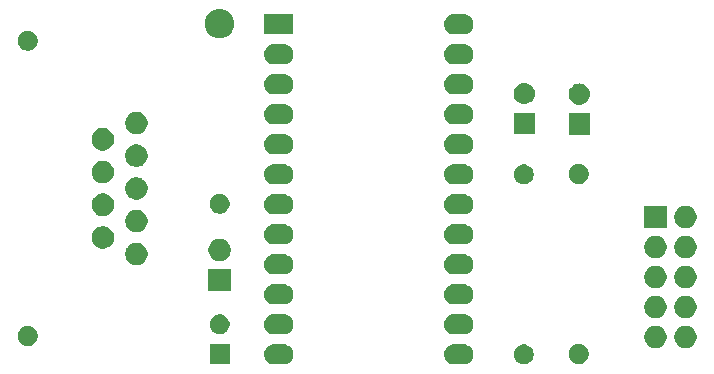
<source format=gbr>
G04 #@! TF.GenerationSoftware,KiCad,Pcbnew,(5.1.2-1)-1*
G04 #@! TF.CreationDate,2022-02-06T17:07:09+01:00*
G04 #@! TF.ProjectId,RS232interface,52533233-3269-46e7-9465-72666163652e,rev?*
G04 #@! TF.SameCoordinates,Original*
G04 #@! TF.FileFunction,Soldermask,Top*
G04 #@! TF.FilePolarity,Negative*
%FSLAX46Y46*%
G04 Gerber Fmt 4.6, Leading zero omitted, Abs format (unit mm)*
G04 Created by KiCad (PCBNEW (5.1.2-1)-1) date 2022-02-06 17:07:09*
%MOMM*%
%LPD*%
G04 APERTURE LIST*
%ADD10C,0.100000*%
G04 APERTURE END LIST*
D10*
G36*
X116898228Y-77731703D02*
G01*
X117053100Y-77795853D01*
X117192481Y-77888985D01*
X117311015Y-78007519D01*
X117404147Y-78146900D01*
X117468297Y-78301772D01*
X117501000Y-78466184D01*
X117501000Y-78633816D01*
X117468297Y-78798228D01*
X117404147Y-78953100D01*
X117311015Y-79092481D01*
X117192481Y-79211015D01*
X117053100Y-79304147D01*
X116898228Y-79368297D01*
X116733816Y-79401000D01*
X116566184Y-79401000D01*
X116401772Y-79368297D01*
X116246900Y-79304147D01*
X116107519Y-79211015D01*
X115988985Y-79092481D01*
X115895853Y-78953100D01*
X115831703Y-78798228D01*
X115799000Y-78633816D01*
X115799000Y-78466184D01*
X115831703Y-78301772D01*
X115895853Y-78146900D01*
X115988985Y-78007519D01*
X116107519Y-77888985D01*
X116246900Y-77795853D01*
X116401772Y-77731703D01*
X116566184Y-77699000D01*
X116733816Y-77699000D01*
X116898228Y-77731703D01*
X116898228Y-77731703D01*
G37*
G36*
X111706823Y-77701313D02*
G01*
X111807011Y-77731705D01*
X111853651Y-77745853D01*
X111867242Y-77749976D01*
X111958379Y-77798690D01*
X112015078Y-77828996D01*
X112144659Y-77935341D01*
X112251004Y-78064922D01*
X112251005Y-78064924D01*
X112330024Y-78212758D01*
X112378687Y-78373177D01*
X112395117Y-78540000D01*
X112378687Y-78706823D01*
X112330024Y-78867242D01*
X112310859Y-78903097D01*
X112251004Y-79015078D01*
X112144659Y-79144659D01*
X112015078Y-79251004D01*
X112015076Y-79251005D01*
X111867242Y-79330024D01*
X111706823Y-79378687D01*
X111581804Y-79391000D01*
X110698196Y-79391000D01*
X110573177Y-79378687D01*
X110412758Y-79330024D01*
X110264924Y-79251005D01*
X110264922Y-79251004D01*
X110135341Y-79144659D01*
X110028996Y-79015078D01*
X109969141Y-78903097D01*
X109949976Y-78867242D01*
X109901313Y-78706823D01*
X109884883Y-78540000D01*
X109901313Y-78373177D01*
X109949976Y-78212758D01*
X110028995Y-78064924D01*
X110028996Y-78064922D01*
X110135341Y-77935341D01*
X110264922Y-77828996D01*
X110321621Y-77798690D01*
X110412758Y-77749976D01*
X110426350Y-77745853D01*
X110472989Y-77731705D01*
X110573177Y-77701313D01*
X110698196Y-77689000D01*
X111581804Y-77689000D01*
X111706823Y-77701313D01*
X111706823Y-77701313D01*
G37*
G36*
X96466823Y-77701313D02*
G01*
X96567011Y-77731705D01*
X96613651Y-77745853D01*
X96627242Y-77749976D01*
X96718379Y-77798690D01*
X96775078Y-77828996D01*
X96904659Y-77935341D01*
X97011004Y-78064922D01*
X97011005Y-78064924D01*
X97090024Y-78212758D01*
X97138687Y-78373177D01*
X97155117Y-78540000D01*
X97138687Y-78706823D01*
X97090024Y-78867242D01*
X97070859Y-78903097D01*
X97011004Y-79015078D01*
X96904659Y-79144659D01*
X96775078Y-79251004D01*
X96775076Y-79251005D01*
X96627242Y-79330024D01*
X96466823Y-79378687D01*
X96341804Y-79391000D01*
X95458196Y-79391000D01*
X95333177Y-79378687D01*
X95172758Y-79330024D01*
X95024924Y-79251005D01*
X95024922Y-79251004D01*
X94895341Y-79144659D01*
X94788996Y-79015078D01*
X94729141Y-78903097D01*
X94709976Y-78867242D01*
X94661313Y-78706823D01*
X94644883Y-78540000D01*
X94661313Y-78373177D01*
X94709976Y-78212758D01*
X94788995Y-78064924D01*
X94788996Y-78064922D01*
X94895341Y-77935341D01*
X95024922Y-77828996D01*
X95081621Y-77798690D01*
X95172758Y-77749976D01*
X95186350Y-77745853D01*
X95232989Y-77731705D01*
X95333177Y-77701313D01*
X95458196Y-77689000D01*
X96341804Y-77689000D01*
X96466823Y-77701313D01*
X96466823Y-77701313D01*
G37*
G36*
X91751000Y-79351000D02*
G01*
X90049000Y-79351000D01*
X90049000Y-77649000D01*
X91751000Y-77649000D01*
X91751000Y-79351000D01*
X91751000Y-79351000D01*
G37*
G36*
X121548228Y-77681703D02*
G01*
X121703100Y-77745853D01*
X121842481Y-77838985D01*
X121961015Y-77957519D01*
X122054147Y-78096900D01*
X122118297Y-78251772D01*
X122151000Y-78416184D01*
X122151000Y-78583816D01*
X122118297Y-78748228D01*
X122054147Y-78903100D01*
X121961015Y-79042481D01*
X121842481Y-79161015D01*
X121703100Y-79254147D01*
X121548228Y-79318297D01*
X121383816Y-79351000D01*
X121216184Y-79351000D01*
X121051772Y-79318297D01*
X120896900Y-79254147D01*
X120757519Y-79161015D01*
X120638985Y-79042481D01*
X120545853Y-78903100D01*
X120481703Y-78748228D01*
X120449000Y-78583816D01*
X120449000Y-78416184D01*
X120481703Y-78251772D01*
X120545853Y-78096900D01*
X120638985Y-77957519D01*
X120757519Y-77838985D01*
X120896900Y-77745853D01*
X121051772Y-77681703D01*
X121216184Y-77649000D01*
X121383816Y-77649000D01*
X121548228Y-77681703D01*
X121548228Y-77681703D01*
G37*
G36*
X130617395Y-76145546D02*
G01*
X130790466Y-76217234D01*
X130818331Y-76235853D01*
X130946227Y-76321310D01*
X131078690Y-76453773D01*
X131078691Y-76453775D01*
X131182766Y-76609534D01*
X131254454Y-76782605D01*
X131291000Y-76966333D01*
X131291000Y-77153667D01*
X131254454Y-77337395D01*
X131182766Y-77510466D01*
X131168056Y-77532481D01*
X131078690Y-77666227D01*
X130946227Y-77798690D01*
X130885921Y-77838985D01*
X130790466Y-77902766D01*
X130617395Y-77974454D01*
X130433667Y-78011000D01*
X130246333Y-78011000D01*
X130062605Y-77974454D01*
X129889534Y-77902766D01*
X129794079Y-77838985D01*
X129733773Y-77798690D01*
X129601310Y-77666227D01*
X129511944Y-77532481D01*
X129497234Y-77510466D01*
X129425546Y-77337395D01*
X129389000Y-77153667D01*
X129389000Y-76966333D01*
X129425546Y-76782605D01*
X129497234Y-76609534D01*
X129601309Y-76453775D01*
X129601310Y-76453773D01*
X129733773Y-76321310D01*
X129861669Y-76235853D01*
X129889534Y-76217234D01*
X130062605Y-76145546D01*
X130246333Y-76109000D01*
X130433667Y-76109000D01*
X130617395Y-76145546D01*
X130617395Y-76145546D01*
G37*
G36*
X128077395Y-76145546D02*
G01*
X128250466Y-76217234D01*
X128278331Y-76235853D01*
X128406227Y-76321310D01*
X128538690Y-76453773D01*
X128538691Y-76453775D01*
X128642766Y-76609534D01*
X128714454Y-76782605D01*
X128751000Y-76966333D01*
X128751000Y-77153667D01*
X128714454Y-77337395D01*
X128642766Y-77510466D01*
X128628056Y-77532481D01*
X128538690Y-77666227D01*
X128406227Y-77798690D01*
X128345921Y-77838985D01*
X128250466Y-77902766D01*
X128077395Y-77974454D01*
X127893667Y-78011000D01*
X127706333Y-78011000D01*
X127522605Y-77974454D01*
X127349534Y-77902766D01*
X127254079Y-77838985D01*
X127193773Y-77798690D01*
X127061310Y-77666227D01*
X126971944Y-77532481D01*
X126957234Y-77510466D01*
X126885546Y-77337395D01*
X126849000Y-77153667D01*
X126849000Y-76966333D01*
X126885546Y-76782605D01*
X126957234Y-76609534D01*
X127061309Y-76453775D01*
X127061310Y-76453773D01*
X127193773Y-76321310D01*
X127321669Y-76235853D01*
X127349534Y-76217234D01*
X127522605Y-76145546D01*
X127706333Y-76109000D01*
X127893667Y-76109000D01*
X128077395Y-76145546D01*
X128077395Y-76145546D01*
G37*
G36*
X74898228Y-76171703D02*
G01*
X75053100Y-76235853D01*
X75192481Y-76328985D01*
X75311015Y-76447519D01*
X75404147Y-76586900D01*
X75468297Y-76741772D01*
X75501000Y-76906184D01*
X75501000Y-77073816D01*
X75468297Y-77238228D01*
X75404147Y-77393100D01*
X75311015Y-77532481D01*
X75192481Y-77651015D01*
X75053100Y-77744147D01*
X74898228Y-77808297D01*
X74733816Y-77841000D01*
X74566184Y-77841000D01*
X74401772Y-77808297D01*
X74246900Y-77744147D01*
X74107519Y-77651015D01*
X73988985Y-77532481D01*
X73895853Y-77393100D01*
X73831703Y-77238228D01*
X73799000Y-77073816D01*
X73799000Y-76906184D01*
X73831703Y-76741772D01*
X73895853Y-76586900D01*
X73988985Y-76447519D01*
X74107519Y-76328985D01*
X74246900Y-76235853D01*
X74401772Y-76171703D01*
X74566184Y-76139000D01*
X74733816Y-76139000D01*
X74898228Y-76171703D01*
X74898228Y-76171703D01*
G37*
G36*
X91148228Y-75181703D02*
G01*
X91303100Y-75245853D01*
X91442481Y-75338985D01*
X91561015Y-75457519D01*
X91654147Y-75596900D01*
X91718297Y-75751772D01*
X91751000Y-75916184D01*
X91751000Y-76083816D01*
X91718297Y-76248228D01*
X91654147Y-76403100D01*
X91561015Y-76542481D01*
X91442481Y-76661015D01*
X91303100Y-76754147D01*
X91148228Y-76818297D01*
X90983816Y-76851000D01*
X90816184Y-76851000D01*
X90651772Y-76818297D01*
X90496900Y-76754147D01*
X90357519Y-76661015D01*
X90238985Y-76542481D01*
X90145853Y-76403100D01*
X90081703Y-76248228D01*
X90049000Y-76083816D01*
X90049000Y-75916184D01*
X90081703Y-75751772D01*
X90145853Y-75596900D01*
X90238985Y-75457519D01*
X90357519Y-75338985D01*
X90496900Y-75245853D01*
X90651772Y-75181703D01*
X90816184Y-75149000D01*
X90983816Y-75149000D01*
X91148228Y-75181703D01*
X91148228Y-75181703D01*
G37*
G36*
X111706823Y-75161313D02*
G01*
X111867242Y-75209976D01*
X111934361Y-75245852D01*
X112015078Y-75288996D01*
X112144659Y-75395341D01*
X112251004Y-75524922D01*
X112251005Y-75524924D01*
X112330024Y-75672758D01*
X112378687Y-75833177D01*
X112395117Y-76000000D01*
X112378687Y-76166823D01*
X112339083Y-76297380D01*
X112331824Y-76321310D01*
X112330024Y-76327242D01*
X112265734Y-76447520D01*
X112251004Y-76475078D01*
X112144659Y-76604659D01*
X112015078Y-76711004D01*
X112015076Y-76711005D01*
X111867242Y-76790024D01*
X111706823Y-76838687D01*
X111581804Y-76851000D01*
X110698196Y-76851000D01*
X110573177Y-76838687D01*
X110412758Y-76790024D01*
X110264924Y-76711005D01*
X110264922Y-76711004D01*
X110135341Y-76604659D01*
X110028996Y-76475078D01*
X110014266Y-76447520D01*
X109949976Y-76327242D01*
X109948177Y-76321310D01*
X109940917Y-76297380D01*
X109901313Y-76166823D01*
X109884883Y-76000000D01*
X109901313Y-75833177D01*
X109949976Y-75672758D01*
X110028995Y-75524924D01*
X110028996Y-75524922D01*
X110135341Y-75395341D01*
X110264922Y-75288996D01*
X110345639Y-75245852D01*
X110412758Y-75209976D01*
X110573177Y-75161313D01*
X110698196Y-75149000D01*
X111581804Y-75149000D01*
X111706823Y-75161313D01*
X111706823Y-75161313D01*
G37*
G36*
X96466823Y-75161313D02*
G01*
X96627242Y-75209976D01*
X96694361Y-75245852D01*
X96775078Y-75288996D01*
X96904659Y-75395341D01*
X97011004Y-75524922D01*
X97011005Y-75524924D01*
X97090024Y-75672758D01*
X97138687Y-75833177D01*
X97155117Y-76000000D01*
X97138687Y-76166823D01*
X97099083Y-76297380D01*
X97091824Y-76321310D01*
X97090024Y-76327242D01*
X97025734Y-76447520D01*
X97011004Y-76475078D01*
X96904659Y-76604659D01*
X96775078Y-76711004D01*
X96775076Y-76711005D01*
X96627242Y-76790024D01*
X96466823Y-76838687D01*
X96341804Y-76851000D01*
X95458196Y-76851000D01*
X95333177Y-76838687D01*
X95172758Y-76790024D01*
X95024924Y-76711005D01*
X95024922Y-76711004D01*
X94895341Y-76604659D01*
X94788996Y-76475078D01*
X94774266Y-76447520D01*
X94709976Y-76327242D01*
X94708177Y-76321310D01*
X94700917Y-76297380D01*
X94661313Y-76166823D01*
X94644883Y-76000000D01*
X94661313Y-75833177D01*
X94709976Y-75672758D01*
X94788995Y-75524924D01*
X94788996Y-75524922D01*
X94895341Y-75395341D01*
X95024922Y-75288996D01*
X95105639Y-75245852D01*
X95172758Y-75209976D01*
X95333177Y-75161313D01*
X95458196Y-75149000D01*
X96341804Y-75149000D01*
X96466823Y-75161313D01*
X96466823Y-75161313D01*
G37*
G36*
X130617395Y-73605546D02*
G01*
X130790466Y-73677234D01*
X130790467Y-73677235D01*
X130946227Y-73781310D01*
X131078690Y-73913773D01*
X131078691Y-73913775D01*
X131182766Y-74069534D01*
X131254454Y-74242605D01*
X131291000Y-74426333D01*
X131291000Y-74613667D01*
X131254454Y-74797395D01*
X131182766Y-74970466D01*
X131182765Y-74970467D01*
X131078690Y-75126227D01*
X130946227Y-75258690D01*
X130867818Y-75311081D01*
X130790466Y-75362766D01*
X130617395Y-75434454D01*
X130433667Y-75471000D01*
X130246333Y-75471000D01*
X130062605Y-75434454D01*
X129889534Y-75362766D01*
X129812182Y-75311081D01*
X129733773Y-75258690D01*
X129601310Y-75126227D01*
X129497235Y-74970467D01*
X129497234Y-74970466D01*
X129425546Y-74797395D01*
X129389000Y-74613667D01*
X129389000Y-74426333D01*
X129425546Y-74242605D01*
X129497234Y-74069534D01*
X129601309Y-73913775D01*
X129601310Y-73913773D01*
X129733773Y-73781310D01*
X129889533Y-73677235D01*
X129889534Y-73677234D01*
X130062605Y-73605546D01*
X130246333Y-73569000D01*
X130433667Y-73569000D01*
X130617395Y-73605546D01*
X130617395Y-73605546D01*
G37*
G36*
X128077395Y-73605546D02*
G01*
X128250466Y-73677234D01*
X128250467Y-73677235D01*
X128406227Y-73781310D01*
X128538690Y-73913773D01*
X128538691Y-73913775D01*
X128642766Y-74069534D01*
X128714454Y-74242605D01*
X128751000Y-74426333D01*
X128751000Y-74613667D01*
X128714454Y-74797395D01*
X128642766Y-74970466D01*
X128642765Y-74970467D01*
X128538690Y-75126227D01*
X128406227Y-75258690D01*
X128327818Y-75311081D01*
X128250466Y-75362766D01*
X128077395Y-75434454D01*
X127893667Y-75471000D01*
X127706333Y-75471000D01*
X127522605Y-75434454D01*
X127349534Y-75362766D01*
X127272182Y-75311081D01*
X127193773Y-75258690D01*
X127061310Y-75126227D01*
X126957235Y-74970467D01*
X126957234Y-74970466D01*
X126885546Y-74797395D01*
X126849000Y-74613667D01*
X126849000Y-74426333D01*
X126885546Y-74242605D01*
X126957234Y-74069534D01*
X127061309Y-73913775D01*
X127061310Y-73913773D01*
X127193773Y-73781310D01*
X127349533Y-73677235D01*
X127349534Y-73677234D01*
X127522605Y-73605546D01*
X127706333Y-73569000D01*
X127893667Y-73569000D01*
X128077395Y-73605546D01*
X128077395Y-73605546D01*
G37*
G36*
X111706823Y-72621313D02*
G01*
X111867242Y-72669976D01*
X111958379Y-72718690D01*
X112015078Y-72748996D01*
X112144659Y-72855341D01*
X112251004Y-72984922D01*
X112251005Y-72984924D01*
X112330024Y-73132758D01*
X112378687Y-73293177D01*
X112395117Y-73460000D01*
X112378687Y-73626823D01*
X112339083Y-73757380D01*
X112331824Y-73781310D01*
X112330024Y-73787242D01*
X112262392Y-73913773D01*
X112251004Y-73935078D01*
X112144659Y-74064659D01*
X112015078Y-74171004D01*
X112015076Y-74171005D01*
X111867242Y-74250024D01*
X111706823Y-74298687D01*
X111581804Y-74311000D01*
X110698196Y-74311000D01*
X110573177Y-74298687D01*
X110412758Y-74250024D01*
X110264924Y-74171005D01*
X110264922Y-74171004D01*
X110135341Y-74064659D01*
X110028996Y-73935078D01*
X110017608Y-73913773D01*
X109949976Y-73787242D01*
X109948177Y-73781310D01*
X109940917Y-73757380D01*
X109901313Y-73626823D01*
X109884883Y-73460000D01*
X109901313Y-73293177D01*
X109949976Y-73132758D01*
X110028995Y-72984924D01*
X110028996Y-72984922D01*
X110135341Y-72855341D01*
X110264922Y-72748996D01*
X110321621Y-72718690D01*
X110412758Y-72669976D01*
X110573177Y-72621313D01*
X110698196Y-72609000D01*
X111581804Y-72609000D01*
X111706823Y-72621313D01*
X111706823Y-72621313D01*
G37*
G36*
X96466823Y-72621313D02*
G01*
X96627242Y-72669976D01*
X96718379Y-72718690D01*
X96775078Y-72748996D01*
X96904659Y-72855341D01*
X97011004Y-72984922D01*
X97011005Y-72984924D01*
X97090024Y-73132758D01*
X97138687Y-73293177D01*
X97155117Y-73460000D01*
X97138687Y-73626823D01*
X97099083Y-73757380D01*
X97091824Y-73781310D01*
X97090024Y-73787242D01*
X97022392Y-73913773D01*
X97011004Y-73935078D01*
X96904659Y-74064659D01*
X96775078Y-74171004D01*
X96775076Y-74171005D01*
X96627242Y-74250024D01*
X96466823Y-74298687D01*
X96341804Y-74311000D01*
X95458196Y-74311000D01*
X95333177Y-74298687D01*
X95172758Y-74250024D01*
X95024924Y-74171005D01*
X95024922Y-74171004D01*
X94895341Y-74064659D01*
X94788996Y-73935078D01*
X94777608Y-73913773D01*
X94709976Y-73787242D01*
X94708177Y-73781310D01*
X94700917Y-73757380D01*
X94661313Y-73626823D01*
X94644883Y-73460000D01*
X94661313Y-73293177D01*
X94709976Y-73132758D01*
X94788995Y-72984924D01*
X94788996Y-72984922D01*
X94895341Y-72855341D01*
X95024922Y-72748996D01*
X95081621Y-72718690D01*
X95172758Y-72669976D01*
X95333177Y-72621313D01*
X95458196Y-72609000D01*
X96341804Y-72609000D01*
X96466823Y-72621313D01*
X96466823Y-72621313D01*
G37*
G36*
X91851000Y-73201000D02*
G01*
X89949000Y-73201000D01*
X89949000Y-71299000D01*
X91851000Y-71299000D01*
X91851000Y-73201000D01*
X91851000Y-73201000D01*
G37*
G36*
X130617395Y-71065546D02*
G01*
X130790466Y-71137234D01*
X130790467Y-71137235D01*
X130946227Y-71241310D01*
X131078690Y-71373773D01*
X131078691Y-71373775D01*
X131182766Y-71529534D01*
X131254454Y-71702605D01*
X131291000Y-71886333D01*
X131291000Y-72073667D01*
X131254454Y-72257395D01*
X131182766Y-72430466D01*
X131182765Y-72430467D01*
X131078690Y-72586227D01*
X130946227Y-72718690D01*
X130867818Y-72771081D01*
X130790466Y-72822766D01*
X130617395Y-72894454D01*
X130433667Y-72931000D01*
X130246333Y-72931000D01*
X130062605Y-72894454D01*
X129889534Y-72822766D01*
X129812182Y-72771081D01*
X129733773Y-72718690D01*
X129601310Y-72586227D01*
X129497235Y-72430467D01*
X129497234Y-72430466D01*
X129425546Y-72257395D01*
X129389000Y-72073667D01*
X129389000Y-71886333D01*
X129425546Y-71702605D01*
X129497234Y-71529534D01*
X129601309Y-71373775D01*
X129601310Y-71373773D01*
X129733773Y-71241310D01*
X129889533Y-71137235D01*
X129889534Y-71137234D01*
X130062605Y-71065546D01*
X130246333Y-71029000D01*
X130433667Y-71029000D01*
X130617395Y-71065546D01*
X130617395Y-71065546D01*
G37*
G36*
X128077395Y-71065546D02*
G01*
X128250466Y-71137234D01*
X128250467Y-71137235D01*
X128406227Y-71241310D01*
X128538690Y-71373773D01*
X128538691Y-71373775D01*
X128642766Y-71529534D01*
X128714454Y-71702605D01*
X128751000Y-71886333D01*
X128751000Y-72073667D01*
X128714454Y-72257395D01*
X128642766Y-72430466D01*
X128642765Y-72430467D01*
X128538690Y-72586227D01*
X128406227Y-72718690D01*
X128327818Y-72771081D01*
X128250466Y-72822766D01*
X128077395Y-72894454D01*
X127893667Y-72931000D01*
X127706333Y-72931000D01*
X127522605Y-72894454D01*
X127349534Y-72822766D01*
X127272182Y-72771081D01*
X127193773Y-72718690D01*
X127061310Y-72586227D01*
X126957235Y-72430467D01*
X126957234Y-72430466D01*
X126885546Y-72257395D01*
X126849000Y-72073667D01*
X126849000Y-71886333D01*
X126885546Y-71702605D01*
X126957234Y-71529534D01*
X127061309Y-71373775D01*
X127061310Y-71373773D01*
X127193773Y-71241310D01*
X127349533Y-71137235D01*
X127349534Y-71137234D01*
X127522605Y-71065546D01*
X127706333Y-71029000D01*
X127893667Y-71029000D01*
X128077395Y-71065546D01*
X128077395Y-71065546D01*
G37*
G36*
X96466823Y-70081313D02*
G01*
X96627242Y-70129976D01*
X96718379Y-70178690D01*
X96775078Y-70208996D01*
X96904659Y-70315341D01*
X97011004Y-70444922D01*
X97011005Y-70444924D01*
X97090024Y-70592758D01*
X97138687Y-70753177D01*
X97155117Y-70920000D01*
X97138687Y-71086823D01*
X97099083Y-71217380D01*
X97091824Y-71241310D01*
X97090024Y-71247242D01*
X97022392Y-71373773D01*
X97011004Y-71395078D01*
X96904659Y-71524659D01*
X96775078Y-71631004D01*
X96775076Y-71631005D01*
X96627242Y-71710024D01*
X96466823Y-71758687D01*
X96341804Y-71771000D01*
X95458196Y-71771000D01*
X95333177Y-71758687D01*
X95172758Y-71710024D01*
X95024924Y-71631005D01*
X95024922Y-71631004D01*
X94895341Y-71524659D01*
X94788996Y-71395078D01*
X94777608Y-71373773D01*
X94709976Y-71247242D01*
X94708177Y-71241310D01*
X94700917Y-71217380D01*
X94661313Y-71086823D01*
X94644883Y-70920000D01*
X94661313Y-70753177D01*
X94709976Y-70592758D01*
X94788995Y-70444924D01*
X94788996Y-70444922D01*
X94895341Y-70315341D01*
X95024922Y-70208996D01*
X95081621Y-70178690D01*
X95172758Y-70129976D01*
X95333177Y-70081313D01*
X95458196Y-70069000D01*
X96341804Y-70069000D01*
X96466823Y-70081313D01*
X96466823Y-70081313D01*
G37*
G36*
X111706823Y-70081313D02*
G01*
X111867242Y-70129976D01*
X111958379Y-70178690D01*
X112015078Y-70208996D01*
X112144659Y-70315341D01*
X112251004Y-70444922D01*
X112251005Y-70444924D01*
X112330024Y-70592758D01*
X112378687Y-70753177D01*
X112395117Y-70920000D01*
X112378687Y-71086823D01*
X112339083Y-71217380D01*
X112331824Y-71241310D01*
X112330024Y-71247242D01*
X112262392Y-71373773D01*
X112251004Y-71395078D01*
X112144659Y-71524659D01*
X112015078Y-71631004D01*
X112015076Y-71631005D01*
X111867242Y-71710024D01*
X111706823Y-71758687D01*
X111581804Y-71771000D01*
X110698196Y-71771000D01*
X110573177Y-71758687D01*
X110412758Y-71710024D01*
X110264924Y-71631005D01*
X110264922Y-71631004D01*
X110135341Y-71524659D01*
X110028996Y-71395078D01*
X110017608Y-71373773D01*
X109949976Y-71247242D01*
X109948177Y-71241310D01*
X109940917Y-71217380D01*
X109901313Y-71086823D01*
X109884883Y-70920000D01*
X109901313Y-70753177D01*
X109949976Y-70592758D01*
X110028995Y-70444924D01*
X110028996Y-70444922D01*
X110135341Y-70315341D01*
X110264922Y-70208996D01*
X110321621Y-70178690D01*
X110412758Y-70129976D01*
X110573177Y-70081313D01*
X110698196Y-70069000D01*
X111581804Y-70069000D01*
X111706823Y-70081313D01*
X111706823Y-70081313D01*
G37*
G36*
X84127395Y-69115546D02*
G01*
X84300466Y-69187234D01*
X84365966Y-69231000D01*
X84456227Y-69291310D01*
X84588690Y-69423773D01*
X84641081Y-69502182D01*
X84692766Y-69579534D01*
X84764454Y-69752605D01*
X84801000Y-69936333D01*
X84801000Y-70123667D01*
X84764454Y-70307395D01*
X84692766Y-70480466D01*
X84692765Y-70480467D01*
X84588690Y-70636227D01*
X84456227Y-70768690D01*
X84377818Y-70821081D01*
X84300466Y-70872766D01*
X84127395Y-70944454D01*
X83943667Y-70981000D01*
X83756333Y-70981000D01*
X83572605Y-70944454D01*
X83399534Y-70872766D01*
X83322182Y-70821081D01*
X83243773Y-70768690D01*
X83111310Y-70636227D01*
X83007235Y-70480467D01*
X83007234Y-70480466D01*
X82935546Y-70307395D01*
X82899000Y-70123667D01*
X82899000Y-69936333D01*
X82935546Y-69752605D01*
X83007234Y-69579534D01*
X83058919Y-69502182D01*
X83111310Y-69423773D01*
X83243773Y-69291310D01*
X83334034Y-69231000D01*
X83399534Y-69187234D01*
X83572605Y-69115546D01*
X83756333Y-69079000D01*
X83943667Y-69079000D01*
X84127395Y-69115546D01*
X84127395Y-69115546D01*
G37*
G36*
X91177395Y-68795546D02*
G01*
X91350466Y-68867234D01*
X91350467Y-68867235D01*
X91506227Y-68971310D01*
X91638690Y-69103773D01*
X91638691Y-69103775D01*
X91742766Y-69259534D01*
X91814454Y-69432605D01*
X91851000Y-69616333D01*
X91851000Y-69803667D01*
X91814454Y-69987395D01*
X91742766Y-70160466D01*
X91742765Y-70160467D01*
X91638690Y-70316227D01*
X91506227Y-70448690D01*
X91458669Y-70480467D01*
X91350466Y-70552766D01*
X91177395Y-70624454D01*
X90993667Y-70661000D01*
X90806333Y-70661000D01*
X90622605Y-70624454D01*
X90449534Y-70552766D01*
X90341331Y-70480467D01*
X90293773Y-70448690D01*
X90161310Y-70316227D01*
X90057235Y-70160467D01*
X90057234Y-70160466D01*
X89985546Y-69987395D01*
X89949000Y-69803667D01*
X89949000Y-69616333D01*
X89985546Y-69432605D01*
X90057234Y-69259534D01*
X90161309Y-69103775D01*
X90161310Y-69103773D01*
X90293773Y-68971310D01*
X90449533Y-68867235D01*
X90449534Y-68867234D01*
X90622605Y-68795546D01*
X90806333Y-68759000D01*
X90993667Y-68759000D01*
X91177395Y-68795546D01*
X91177395Y-68795546D01*
G37*
G36*
X128077395Y-68525546D02*
G01*
X128250466Y-68597234D01*
X128250467Y-68597235D01*
X128406227Y-68701310D01*
X128538690Y-68833773D01*
X128538691Y-68833775D01*
X128642766Y-68989534D01*
X128714454Y-69162605D01*
X128751000Y-69346333D01*
X128751000Y-69533667D01*
X128714454Y-69717395D01*
X128642766Y-69890466D01*
X128612117Y-69936335D01*
X128538690Y-70046227D01*
X128406227Y-70178690D01*
X128327818Y-70231081D01*
X128250466Y-70282766D01*
X128077395Y-70354454D01*
X127893667Y-70391000D01*
X127706333Y-70391000D01*
X127522605Y-70354454D01*
X127349534Y-70282766D01*
X127272182Y-70231081D01*
X127193773Y-70178690D01*
X127061310Y-70046227D01*
X126987883Y-69936335D01*
X126957234Y-69890466D01*
X126885546Y-69717395D01*
X126849000Y-69533667D01*
X126849000Y-69346333D01*
X126885546Y-69162605D01*
X126957234Y-68989534D01*
X127061309Y-68833775D01*
X127061310Y-68833773D01*
X127193773Y-68701310D01*
X127349533Y-68597235D01*
X127349534Y-68597234D01*
X127522605Y-68525546D01*
X127706333Y-68489000D01*
X127893667Y-68489000D01*
X128077395Y-68525546D01*
X128077395Y-68525546D01*
G37*
G36*
X130617395Y-68525546D02*
G01*
X130790466Y-68597234D01*
X130790467Y-68597235D01*
X130946227Y-68701310D01*
X131078690Y-68833773D01*
X131078691Y-68833775D01*
X131182766Y-68989534D01*
X131254454Y-69162605D01*
X131291000Y-69346333D01*
X131291000Y-69533667D01*
X131254454Y-69717395D01*
X131182766Y-69890466D01*
X131152117Y-69936335D01*
X131078690Y-70046227D01*
X130946227Y-70178690D01*
X130867818Y-70231081D01*
X130790466Y-70282766D01*
X130617395Y-70354454D01*
X130433667Y-70391000D01*
X130246333Y-70391000D01*
X130062605Y-70354454D01*
X129889534Y-70282766D01*
X129812182Y-70231081D01*
X129733773Y-70178690D01*
X129601310Y-70046227D01*
X129527883Y-69936335D01*
X129497234Y-69890466D01*
X129425546Y-69717395D01*
X129389000Y-69533667D01*
X129389000Y-69346333D01*
X129425546Y-69162605D01*
X129497234Y-68989534D01*
X129601309Y-68833775D01*
X129601310Y-68833773D01*
X129733773Y-68701310D01*
X129889533Y-68597235D01*
X129889534Y-68597234D01*
X130062605Y-68525546D01*
X130246333Y-68489000D01*
X130433667Y-68489000D01*
X130617395Y-68525546D01*
X130617395Y-68525546D01*
G37*
G36*
X81287395Y-67730546D02*
G01*
X81460466Y-67802234D01*
X81460467Y-67802235D01*
X81616227Y-67906310D01*
X81748690Y-68038773D01*
X81801081Y-68117182D01*
X81852766Y-68194534D01*
X81924454Y-68367605D01*
X81961000Y-68551333D01*
X81961000Y-68738667D01*
X81924454Y-68922395D01*
X81852766Y-69095466D01*
X81852765Y-69095467D01*
X81748690Y-69251227D01*
X81616227Y-69383690D01*
X81556238Y-69423773D01*
X81460466Y-69487766D01*
X81287395Y-69559454D01*
X81103667Y-69596000D01*
X80916333Y-69596000D01*
X80732605Y-69559454D01*
X80559534Y-69487766D01*
X80463762Y-69423773D01*
X80403773Y-69383690D01*
X80271310Y-69251227D01*
X80167235Y-69095467D01*
X80167234Y-69095466D01*
X80095546Y-68922395D01*
X80059000Y-68738667D01*
X80059000Y-68551333D01*
X80095546Y-68367605D01*
X80167234Y-68194534D01*
X80218919Y-68117182D01*
X80271310Y-68038773D01*
X80403773Y-67906310D01*
X80559533Y-67802235D01*
X80559534Y-67802234D01*
X80732605Y-67730546D01*
X80916333Y-67694000D01*
X81103667Y-67694000D01*
X81287395Y-67730546D01*
X81287395Y-67730546D01*
G37*
G36*
X96466823Y-67541313D02*
G01*
X96627242Y-67589976D01*
X96718379Y-67638690D01*
X96775078Y-67668996D01*
X96904659Y-67775341D01*
X97011004Y-67904922D01*
X97011005Y-67904924D01*
X97090024Y-68052758D01*
X97138687Y-68213177D01*
X97155117Y-68380000D01*
X97138687Y-68546823D01*
X97099083Y-68677380D01*
X97091824Y-68701310D01*
X97090024Y-68707242D01*
X97042824Y-68795546D01*
X97011004Y-68855078D01*
X96904659Y-68984659D01*
X96775078Y-69091004D01*
X96775076Y-69091005D01*
X96627242Y-69170024D01*
X96466823Y-69218687D01*
X96341804Y-69231000D01*
X95458196Y-69231000D01*
X95333177Y-69218687D01*
X95172758Y-69170024D01*
X95024924Y-69091005D01*
X95024922Y-69091004D01*
X94895341Y-68984659D01*
X94788996Y-68855078D01*
X94757176Y-68795546D01*
X94709976Y-68707242D01*
X94708177Y-68701310D01*
X94700917Y-68677380D01*
X94661313Y-68546823D01*
X94644883Y-68380000D01*
X94661313Y-68213177D01*
X94709976Y-68052758D01*
X94788995Y-67904924D01*
X94788996Y-67904922D01*
X94895341Y-67775341D01*
X95024922Y-67668996D01*
X95081621Y-67638690D01*
X95172758Y-67589976D01*
X95333177Y-67541313D01*
X95458196Y-67529000D01*
X96341804Y-67529000D01*
X96466823Y-67541313D01*
X96466823Y-67541313D01*
G37*
G36*
X111706823Y-67541313D02*
G01*
X111867242Y-67589976D01*
X111958379Y-67638690D01*
X112015078Y-67668996D01*
X112144659Y-67775341D01*
X112251004Y-67904922D01*
X112251005Y-67904924D01*
X112330024Y-68052758D01*
X112378687Y-68213177D01*
X112395117Y-68380000D01*
X112378687Y-68546823D01*
X112339083Y-68677380D01*
X112331824Y-68701310D01*
X112330024Y-68707242D01*
X112282824Y-68795546D01*
X112251004Y-68855078D01*
X112144659Y-68984659D01*
X112015078Y-69091004D01*
X112015076Y-69091005D01*
X111867242Y-69170024D01*
X111706823Y-69218687D01*
X111581804Y-69231000D01*
X110698196Y-69231000D01*
X110573177Y-69218687D01*
X110412758Y-69170024D01*
X110264924Y-69091005D01*
X110264922Y-69091004D01*
X110135341Y-68984659D01*
X110028996Y-68855078D01*
X109997176Y-68795546D01*
X109949976Y-68707242D01*
X109948177Y-68701310D01*
X109940917Y-68677380D01*
X109901313Y-68546823D01*
X109884883Y-68380000D01*
X109901313Y-68213177D01*
X109949976Y-68052758D01*
X110028995Y-67904924D01*
X110028996Y-67904922D01*
X110135341Y-67775341D01*
X110264922Y-67668996D01*
X110321621Y-67638690D01*
X110412758Y-67589976D01*
X110573177Y-67541313D01*
X110698196Y-67529000D01*
X111581804Y-67529000D01*
X111706823Y-67541313D01*
X111706823Y-67541313D01*
G37*
G36*
X84127395Y-66345546D02*
G01*
X84300466Y-66417234D01*
X84300467Y-66417235D01*
X84456227Y-66521310D01*
X84588690Y-66653773D01*
X84641081Y-66732182D01*
X84692766Y-66809534D01*
X84764454Y-66982605D01*
X84801000Y-67166333D01*
X84801000Y-67353667D01*
X84764454Y-67537395D01*
X84692766Y-67710466D01*
X84692765Y-67710467D01*
X84588690Y-67866227D01*
X84456227Y-67998690D01*
X84396238Y-68038773D01*
X84300466Y-68102766D01*
X84127395Y-68174454D01*
X83943667Y-68211000D01*
X83756333Y-68211000D01*
X83572605Y-68174454D01*
X83399534Y-68102766D01*
X83303762Y-68038773D01*
X83243773Y-67998690D01*
X83111310Y-67866227D01*
X83007235Y-67710467D01*
X83007234Y-67710466D01*
X82935546Y-67537395D01*
X82899000Y-67353667D01*
X82899000Y-67166333D01*
X82935546Y-66982605D01*
X83007234Y-66809534D01*
X83058919Y-66732182D01*
X83111310Y-66653773D01*
X83243773Y-66521310D01*
X83399533Y-66417235D01*
X83399534Y-66417234D01*
X83572605Y-66345546D01*
X83756333Y-66309000D01*
X83943667Y-66309000D01*
X84127395Y-66345546D01*
X84127395Y-66345546D01*
G37*
G36*
X130617395Y-65985546D02*
G01*
X130790466Y-66057234D01*
X130790467Y-66057235D01*
X130946227Y-66161310D01*
X131078690Y-66293773D01*
X131078691Y-66293775D01*
X131182766Y-66449534D01*
X131254454Y-66622605D01*
X131291000Y-66806333D01*
X131291000Y-66993667D01*
X131254454Y-67177395D01*
X131182766Y-67350466D01*
X131182765Y-67350467D01*
X131078690Y-67506227D01*
X130946227Y-67638690D01*
X130867818Y-67691081D01*
X130790466Y-67742766D01*
X130617395Y-67814454D01*
X130433667Y-67851000D01*
X130246333Y-67851000D01*
X130062605Y-67814454D01*
X129889534Y-67742766D01*
X129812182Y-67691081D01*
X129733773Y-67638690D01*
X129601310Y-67506227D01*
X129497235Y-67350467D01*
X129497234Y-67350466D01*
X129425546Y-67177395D01*
X129389000Y-66993667D01*
X129389000Y-66806333D01*
X129425546Y-66622605D01*
X129497234Y-66449534D01*
X129601309Y-66293775D01*
X129601310Y-66293773D01*
X129733773Y-66161310D01*
X129889533Y-66057235D01*
X129889534Y-66057234D01*
X130062605Y-65985546D01*
X130246333Y-65949000D01*
X130433667Y-65949000D01*
X130617395Y-65985546D01*
X130617395Y-65985546D01*
G37*
G36*
X128751000Y-67851000D02*
G01*
X126849000Y-67851000D01*
X126849000Y-65949000D01*
X128751000Y-65949000D01*
X128751000Y-67851000D01*
X128751000Y-67851000D01*
G37*
G36*
X81287395Y-64960546D02*
G01*
X81460466Y-65032234D01*
X81537818Y-65083919D01*
X81616227Y-65136310D01*
X81748690Y-65268773D01*
X81801081Y-65347182D01*
X81852766Y-65424534D01*
X81924454Y-65597605D01*
X81961000Y-65781333D01*
X81961000Y-65968667D01*
X81924454Y-66152395D01*
X81852766Y-66325466D01*
X81839349Y-66345546D01*
X81748690Y-66481227D01*
X81616227Y-66613690D01*
X81575354Y-66641000D01*
X81460466Y-66717766D01*
X81287395Y-66789454D01*
X81103667Y-66826000D01*
X80916333Y-66826000D01*
X80732605Y-66789454D01*
X80559534Y-66717766D01*
X80444646Y-66641000D01*
X80403773Y-66613690D01*
X80271310Y-66481227D01*
X80180651Y-66345546D01*
X80167234Y-66325466D01*
X80095546Y-66152395D01*
X80059000Y-65968667D01*
X80059000Y-65781333D01*
X80095546Y-65597605D01*
X80167234Y-65424534D01*
X80218919Y-65347182D01*
X80271310Y-65268773D01*
X80403773Y-65136310D01*
X80482182Y-65083919D01*
X80559534Y-65032234D01*
X80732605Y-64960546D01*
X80916333Y-64924000D01*
X81103667Y-64924000D01*
X81287395Y-64960546D01*
X81287395Y-64960546D01*
G37*
G36*
X111706823Y-65001313D02*
G01*
X111867242Y-65049976D01*
X111953771Y-65096227D01*
X112015078Y-65128996D01*
X112144659Y-65235341D01*
X112251004Y-65364922D01*
X112251005Y-65364924D01*
X112330024Y-65512758D01*
X112378687Y-65673177D01*
X112395117Y-65840000D01*
X112378687Y-66006823D01*
X112339083Y-66137380D01*
X112331824Y-66161310D01*
X112330024Y-66167242D01*
X112262392Y-66293773D01*
X112251004Y-66315078D01*
X112144659Y-66444659D01*
X112015078Y-66551004D01*
X112015076Y-66551005D01*
X111867242Y-66630024D01*
X111706823Y-66678687D01*
X111581804Y-66691000D01*
X110698196Y-66691000D01*
X110573177Y-66678687D01*
X110412758Y-66630024D01*
X110264924Y-66551005D01*
X110264922Y-66551004D01*
X110135341Y-66444659D01*
X110028996Y-66315078D01*
X110017608Y-66293773D01*
X109949976Y-66167242D01*
X109948177Y-66161310D01*
X109940917Y-66137380D01*
X109901313Y-66006823D01*
X109884883Y-65840000D01*
X109901313Y-65673177D01*
X109949976Y-65512758D01*
X110028995Y-65364924D01*
X110028996Y-65364922D01*
X110135341Y-65235341D01*
X110264922Y-65128996D01*
X110326229Y-65096227D01*
X110412758Y-65049976D01*
X110573177Y-65001313D01*
X110698196Y-64989000D01*
X111581804Y-64989000D01*
X111706823Y-65001313D01*
X111706823Y-65001313D01*
G37*
G36*
X96466823Y-65001313D02*
G01*
X96627242Y-65049976D01*
X96713771Y-65096227D01*
X96775078Y-65128996D01*
X96904659Y-65235341D01*
X97011004Y-65364922D01*
X97011005Y-65364924D01*
X97090024Y-65512758D01*
X97138687Y-65673177D01*
X97155117Y-65840000D01*
X97138687Y-66006823D01*
X97099083Y-66137380D01*
X97091824Y-66161310D01*
X97090024Y-66167242D01*
X97022392Y-66293773D01*
X97011004Y-66315078D01*
X96904659Y-66444659D01*
X96775078Y-66551004D01*
X96775076Y-66551005D01*
X96627242Y-66630024D01*
X96466823Y-66678687D01*
X96341804Y-66691000D01*
X95458196Y-66691000D01*
X95333177Y-66678687D01*
X95172758Y-66630024D01*
X95024924Y-66551005D01*
X95024922Y-66551004D01*
X94895341Y-66444659D01*
X94788996Y-66315078D01*
X94777608Y-66293773D01*
X94709976Y-66167242D01*
X94708177Y-66161310D01*
X94700917Y-66137380D01*
X94661313Y-66006823D01*
X94644883Y-65840000D01*
X94661313Y-65673177D01*
X94709976Y-65512758D01*
X94788995Y-65364924D01*
X94788996Y-65364922D01*
X94895341Y-65235341D01*
X95024922Y-65128996D01*
X95086229Y-65096227D01*
X95172758Y-65049976D01*
X95333177Y-65001313D01*
X95458196Y-64989000D01*
X96341804Y-64989000D01*
X96466823Y-65001313D01*
X96466823Y-65001313D01*
G37*
G36*
X91148228Y-64971703D02*
G01*
X91303100Y-65035853D01*
X91442481Y-65128985D01*
X91561015Y-65247519D01*
X91654147Y-65386900D01*
X91718297Y-65541772D01*
X91751000Y-65706184D01*
X91751000Y-65873816D01*
X91718297Y-66038228D01*
X91654147Y-66193100D01*
X91561015Y-66332481D01*
X91442481Y-66451015D01*
X91303100Y-66544147D01*
X91148228Y-66608297D01*
X90983816Y-66641000D01*
X90816184Y-66641000D01*
X90651772Y-66608297D01*
X90496900Y-66544147D01*
X90357519Y-66451015D01*
X90238985Y-66332481D01*
X90145853Y-66193100D01*
X90081703Y-66038228D01*
X90049000Y-65873816D01*
X90049000Y-65706184D01*
X90081703Y-65541772D01*
X90145853Y-65386900D01*
X90238985Y-65247519D01*
X90357519Y-65128985D01*
X90496900Y-65035853D01*
X90651772Y-64971703D01*
X90816184Y-64939000D01*
X90983816Y-64939000D01*
X91148228Y-64971703D01*
X91148228Y-64971703D01*
G37*
G36*
X84127395Y-63575546D02*
G01*
X84300466Y-63647234D01*
X84324211Y-63663100D01*
X84456227Y-63751310D01*
X84588690Y-63883773D01*
X84641081Y-63962182D01*
X84692766Y-64039534D01*
X84764454Y-64212605D01*
X84801000Y-64396333D01*
X84801000Y-64583667D01*
X84764454Y-64767395D01*
X84692766Y-64940466D01*
X84652109Y-65001313D01*
X84588690Y-65096227D01*
X84456227Y-65228690D01*
X84396238Y-65268773D01*
X84300466Y-65332766D01*
X84127395Y-65404454D01*
X83943667Y-65441000D01*
X83756333Y-65441000D01*
X83572605Y-65404454D01*
X83399534Y-65332766D01*
X83303762Y-65268773D01*
X83243773Y-65228690D01*
X83111310Y-65096227D01*
X83047891Y-65001313D01*
X83007234Y-64940466D01*
X82935546Y-64767395D01*
X82899000Y-64583667D01*
X82899000Y-64396333D01*
X82935546Y-64212605D01*
X83007234Y-64039534D01*
X83058919Y-63962182D01*
X83111310Y-63883773D01*
X83243773Y-63751310D01*
X83375789Y-63663100D01*
X83399534Y-63647234D01*
X83572605Y-63575546D01*
X83756333Y-63539000D01*
X83943667Y-63539000D01*
X84127395Y-63575546D01*
X84127395Y-63575546D01*
G37*
G36*
X116898228Y-62491703D02*
G01*
X117053100Y-62555853D01*
X117192481Y-62648985D01*
X117311015Y-62767519D01*
X117404147Y-62906900D01*
X117468297Y-63061772D01*
X117501000Y-63226184D01*
X117501000Y-63393816D01*
X117468297Y-63558228D01*
X117404147Y-63713100D01*
X117311015Y-63852481D01*
X117192481Y-63971015D01*
X117053100Y-64064147D01*
X116898228Y-64128297D01*
X116733816Y-64161000D01*
X116566184Y-64161000D01*
X116401772Y-64128297D01*
X116246900Y-64064147D01*
X116107519Y-63971015D01*
X115988985Y-63852481D01*
X115895853Y-63713100D01*
X115831703Y-63558228D01*
X115799000Y-63393816D01*
X115799000Y-63226184D01*
X115831703Y-63061772D01*
X115895853Y-62906900D01*
X115988985Y-62767519D01*
X116107519Y-62648985D01*
X116246900Y-62555853D01*
X116401772Y-62491703D01*
X116566184Y-62459000D01*
X116733816Y-62459000D01*
X116898228Y-62491703D01*
X116898228Y-62491703D01*
G37*
G36*
X111706823Y-62461313D02*
G01*
X111807011Y-62491705D01*
X111853651Y-62505853D01*
X111867242Y-62509976D01*
X111966003Y-62562765D01*
X112015078Y-62588996D01*
X112144659Y-62695341D01*
X112251004Y-62824922D01*
X112252438Y-62827605D01*
X112330024Y-62972758D01*
X112378687Y-63133177D01*
X112395117Y-63300000D01*
X112378687Y-63466823D01*
X112330024Y-63627242D01*
X112310859Y-63663097D01*
X112251004Y-63775078D01*
X112144659Y-63904659D01*
X112015078Y-64011004D01*
X112015076Y-64011005D01*
X111867242Y-64090024D01*
X111706823Y-64138687D01*
X111581804Y-64151000D01*
X110698196Y-64151000D01*
X110573177Y-64138687D01*
X110412758Y-64090024D01*
X110264924Y-64011005D01*
X110264922Y-64011004D01*
X110135341Y-63904659D01*
X110028996Y-63775078D01*
X109969141Y-63663097D01*
X109949976Y-63627242D01*
X109901313Y-63466823D01*
X109884883Y-63300000D01*
X109901313Y-63133177D01*
X109949976Y-62972758D01*
X110027562Y-62827605D01*
X110028996Y-62824922D01*
X110135341Y-62695341D01*
X110264922Y-62588996D01*
X110313997Y-62562765D01*
X110412758Y-62509976D01*
X110426350Y-62505853D01*
X110472989Y-62491705D01*
X110573177Y-62461313D01*
X110698196Y-62449000D01*
X111581804Y-62449000D01*
X111706823Y-62461313D01*
X111706823Y-62461313D01*
G37*
G36*
X96466823Y-62461313D02*
G01*
X96567011Y-62491705D01*
X96613651Y-62505853D01*
X96627242Y-62509976D01*
X96726003Y-62562765D01*
X96775078Y-62588996D01*
X96904659Y-62695341D01*
X97011004Y-62824922D01*
X97012438Y-62827605D01*
X97090024Y-62972758D01*
X97138687Y-63133177D01*
X97155117Y-63300000D01*
X97138687Y-63466823D01*
X97090024Y-63627242D01*
X97070859Y-63663097D01*
X97011004Y-63775078D01*
X96904659Y-63904659D01*
X96775078Y-64011004D01*
X96775076Y-64011005D01*
X96627242Y-64090024D01*
X96466823Y-64138687D01*
X96341804Y-64151000D01*
X95458196Y-64151000D01*
X95333177Y-64138687D01*
X95172758Y-64090024D01*
X95024924Y-64011005D01*
X95024922Y-64011004D01*
X94895341Y-63904659D01*
X94788996Y-63775078D01*
X94729141Y-63663097D01*
X94709976Y-63627242D01*
X94661313Y-63466823D01*
X94644883Y-63300000D01*
X94661313Y-63133177D01*
X94709976Y-62972758D01*
X94787562Y-62827605D01*
X94788996Y-62824922D01*
X94895341Y-62695341D01*
X95024922Y-62588996D01*
X95073997Y-62562765D01*
X95172758Y-62509976D01*
X95186350Y-62505853D01*
X95232989Y-62491705D01*
X95333177Y-62461313D01*
X95458196Y-62449000D01*
X96341804Y-62449000D01*
X96466823Y-62461313D01*
X96466823Y-62461313D01*
G37*
G36*
X121548228Y-62441703D02*
G01*
X121703100Y-62505853D01*
X121842481Y-62598985D01*
X121961015Y-62717519D01*
X122054147Y-62856900D01*
X122118297Y-63011772D01*
X122151000Y-63176184D01*
X122151000Y-63343816D01*
X122118297Y-63508228D01*
X122054147Y-63663100D01*
X121961015Y-63802481D01*
X121842481Y-63921015D01*
X121703100Y-64014147D01*
X121548228Y-64078297D01*
X121383816Y-64111000D01*
X121216184Y-64111000D01*
X121051772Y-64078297D01*
X120896900Y-64014147D01*
X120757519Y-63921015D01*
X120638985Y-63802481D01*
X120545853Y-63663100D01*
X120481703Y-63508228D01*
X120449000Y-63343816D01*
X120449000Y-63176184D01*
X120481703Y-63011772D01*
X120545853Y-62856900D01*
X120638985Y-62717519D01*
X120757519Y-62598985D01*
X120896900Y-62505853D01*
X121051772Y-62441703D01*
X121216184Y-62409000D01*
X121383816Y-62409000D01*
X121548228Y-62441703D01*
X121548228Y-62441703D01*
G37*
G36*
X81287395Y-62190546D02*
G01*
X81460466Y-62262234D01*
X81460467Y-62262235D01*
X81616227Y-62366310D01*
X81748690Y-62498773D01*
X81801081Y-62577182D01*
X81852766Y-62654534D01*
X81924454Y-62827605D01*
X81961000Y-63011333D01*
X81961000Y-63198667D01*
X81924454Y-63382395D01*
X81852766Y-63555466D01*
X81839349Y-63575546D01*
X81748690Y-63711227D01*
X81616227Y-63843690D01*
X81603070Y-63852481D01*
X81460466Y-63947766D01*
X81287395Y-64019454D01*
X81103667Y-64056000D01*
X80916333Y-64056000D01*
X80732605Y-64019454D01*
X80559534Y-63947766D01*
X80416930Y-63852481D01*
X80403773Y-63843690D01*
X80271310Y-63711227D01*
X80180651Y-63575546D01*
X80167234Y-63555466D01*
X80095546Y-63382395D01*
X80059000Y-63198667D01*
X80059000Y-63011333D01*
X80095546Y-62827605D01*
X80167234Y-62654534D01*
X80218919Y-62577182D01*
X80271310Y-62498773D01*
X80403773Y-62366310D01*
X80559533Y-62262235D01*
X80559534Y-62262234D01*
X80732605Y-62190546D01*
X80916333Y-62154000D01*
X81103667Y-62154000D01*
X81287395Y-62190546D01*
X81287395Y-62190546D01*
G37*
G36*
X84127395Y-60805546D02*
G01*
X84300466Y-60877234D01*
X84300467Y-60877235D01*
X84456227Y-60981310D01*
X84588690Y-61113773D01*
X84641081Y-61192182D01*
X84692766Y-61269534D01*
X84764454Y-61442605D01*
X84801000Y-61626333D01*
X84801000Y-61813667D01*
X84764454Y-61997395D01*
X84692766Y-62170466D01*
X84692765Y-62170467D01*
X84588690Y-62326227D01*
X84456227Y-62458690D01*
X84406819Y-62491703D01*
X84300466Y-62562766D01*
X84127395Y-62634454D01*
X83943667Y-62671000D01*
X83756333Y-62671000D01*
X83572605Y-62634454D01*
X83399534Y-62562766D01*
X83293181Y-62491703D01*
X83243773Y-62458690D01*
X83111310Y-62326227D01*
X83007235Y-62170467D01*
X83007234Y-62170466D01*
X82935546Y-61997395D01*
X82899000Y-61813667D01*
X82899000Y-61626333D01*
X82935546Y-61442605D01*
X83007234Y-61269534D01*
X83058919Y-61192182D01*
X83111310Y-61113773D01*
X83243773Y-60981310D01*
X83399533Y-60877235D01*
X83399534Y-60877234D01*
X83572605Y-60805546D01*
X83756333Y-60769000D01*
X83943667Y-60769000D01*
X84127395Y-60805546D01*
X84127395Y-60805546D01*
G37*
G36*
X96466823Y-59921313D02*
G01*
X96627242Y-59969976D01*
X96759906Y-60040886D01*
X96775078Y-60048996D01*
X96904659Y-60155341D01*
X97011004Y-60284922D01*
X97011005Y-60284924D01*
X97090024Y-60432758D01*
X97138687Y-60593177D01*
X97155117Y-60760000D01*
X97138687Y-60926823D01*
X97090024Y-61087242D01*
X97041638Y-61177765D01*
X97011004Y-61235078D01*
X96904659Y-61364659D01*
X96775078Y-61471004D01*
X96775076Y-61471005D01*
X96627242Y-61550024D01*
X96466823Y-61598687D01*
X96341804Y-61611000D01*
X95458196Y-61611000D01*
X95333177Y-61598687D01*
X95172758Y-61550024D01*
X95024924Y-61471005D01*
X95024922Y-61471004D01*
X94895341Y-61364659D01*
X94788996Y-61235078D01*
X94758362Y-61177765D01*
X94709976Y-61087242D01*
X94661313Y-60926823D01*
X94644883Y-60760000D01*
X94661313Y-60593177D01*
X94709976Y-60432758D01*
X94788995Y-60284924D01*
X94788996Y-60284922D01*
X94895341Y-60155341D01*
X95024922Y-60048996D01*
X95040094Y-60040886D01*
X95172758Y-59969976D01*
X95333177Y-59921313D01*
X95458196Y-59909000D01*
X96341804Y-59909000D01*
X96466823Y-59921313D01*
X96466823Y-59921313D01*
G37*
G36*
X111706823Y-59921313D02*
G01*
X111867242Y-59969976D01*
X111999906Y-60040886D01*
X112015078Y-60048996D01*
X112144659Y-60155341D01*
X112251004Y-60284922D01*
X112251005Y-60284924D01*
X112330024Y-60432758D01*
X112378687Y-60593177D01*
X112395117Y-60760000D01*
X112378687Y-60926823D01*
X112330024Y-61087242D01*
X112281638Y-61177765D01*
X112251004Y-61235078D01*
X112144659Y-61364659D01*
X112015078Y-61471004D01*
X112015076Y-61471005D01*
X111867242Y-61550024D01*
X111706823Y-61598687D01*
X111581804Y-61611000D01*
X110698196Y-61611000D01*
X110573177Y-61598687D01*
X110412758Y-61550024D01*
X110264924Y-61471005D01*
X110264922Y-61471004D01*
X110135341Y-61364659D01*
X110028996Y-61235078D01*
X109998362Y-61177765D01*
X109949976Y-61087242D01*
X109901313Y-60926823D01*
X109884883Y-60760000D01*
X109901313Y-60593177D01*
X109949976Y-60432758D01*
X110028995Y-60284924D01*
X110028996Y-60284922D01*
X110135341Y-60155341D01*
X110264922Y-60048996D01*
X110280094Y-60040886D01*
X110412758Y-59969976D01*
X110573177Y-59921313D01*
X110698196Y-59909000D01*
X111581804Y-59909000D01*
X111706823Y-59921313D01*
X111706823Y-59921313D01*
G37*
G36*
X81287395Y-59420546D02*
G01*
X81460466Y-59492234D01*
X81460467Y-59492235D01*
X81616227Y-59596310D01*
X81748690Y-59728773D01*
X81801081Y-59807182D01*
X81852766Y-59884534D01*
X81924454Y-60057605D01*
X81961000Y-60241333D01*
X81961000Y-60428667D01*
X81924454Y-60612395D01*
X81852766Y-60785466D01*
X81852765Y-60785467D01*
X81748690Y-60941227D01*
X81616227Y-61073690D01*
X81595949Y-61087239D01*
X81460466Y-61177766D01*
X81287395Y-61249454D01*
X81103667Y-61286000D01*
X80916333Y-61286000D01*
X80732605Y-61249454D01*
X80559534Y-61177766D01*
X80424051Y-61087239D01*
X80403773Y-61073690D01*
X80271310Y-60941227D01*
X80167235Y-60785467D01*
X80167234Y-60785466D01*
X80095546Y-60612395D01*
X80059000Y-60428667D01*
X80059000Y-60241333D01*
X80095546Y-60057605D01*
X80167234Y-59884534D01*
X80218919Y-59807182D01*
X80271310Y-59728773D01*
X80403773Y-59596310D01*
X80559533Y-59492235D01*
X80559534Y-59492234D01*
X80732605Y-59420546D01*
X80916333Y-59384000D01*
X81103667Y-59384000D01*
X81287395Y-59420546D01*
X81287395Y-59420546D01*
G37*
G36*
X122251000Y-59951000D02*
G01*
X120449000Y-59951000D01*
X120449000Y-58149000D01*
X122251000Y-58149000D01*
X122251000Y-59951000D01*
X122251000Y-59951000D01*
G37*
G36*
X84127395Y-58035546D02*
G01*
X84300466Y-58107234D01*
X84300467Y-58107235D01*
X84456227Y-58211310D01*
X84588690Y-58343773D01*
X84588691Y-58343775D01*
X84692766Y-58499534D01*
X84764454Y-58672605D01*
X84801000Y-58856333D01*
X84801000Y-59043667D01*
X84764454Y-59227395D01*
X84692766Y-59400466D01*
X84692765Y-59400467D01*
X84588690Y-59556227D01*
X84456227Y-59688690D01*
X84396238Y-59728773D01*
X84300466Y-59792766D01*
X84127395Y-59864454D01*
X83943667Y-59901000D01*
X83756333Y-59901000D01*
X83572605Y-59864454D01*
X83399534Y-59792766D01*
X83303762Y-59728773D01*
X83243773Y-59688690D01*
X83111310Y-59556227D01*
X83007235Y-59400467D01*
X83007234Y-59400466D01*
X82935546Y-59227395D01*
X82899000Y-59043667D01*
X82899000Y-58856333D01*
X82935546Y-58672605D01*
X83007234Y-58499534D01*
X83111309Y-58343775D01*
X83111310Y-58343773D01*
X83243773Y-58211310D01*
X83399533Y-58107235D01*
X83399534Y-58107234D01*
X83572605Y-58035546D01*
X83756333Y-57999000D01*
X83943667Y-57999000D01*
X84127395Y-58035546D01*
X84127395Y-58035546D01*
G37*
G36*
X117601000Y-59901000D02*
G01*
X115799000Y-59901000D01*
X115799000Y-58099000D01*
X117601000Y-58099000D01*
X117601000Y-59901000D01*
X117601000Y-59901000D01*
G37*
G36*
X96466823Y-57381313D02*
G01*
X96627242Y-57429976D01*
X96759906Y-57500886D01*
X96775078Y-57508996D01*
X96904659Y-57615341D01*
X97011004Y-57744922D01*
X97011005Y-57744924D01*
X97090024Y-57892758D01*
X97138687Y-58053177D01*
X97155117Y-58220000D01*
X97138687Y-58386823D01*
X97090024Y-58547242D01*
X97023017Y-58672604D01*
X97011004Y-58695078D01*
X96904659Y-58824659D01*
X96775078Y-58931004D01*
X96775076Y-58931005D01*
X96627242Y-59010024D01*
X96466823Y-59058687D01*
X96341804Y-59071000D01*
X95458196Y-59071000D01*
X95333177Y-59058687D01*
X95172758Y-59010024D01*
X95024924Y-58931005D01*
X95024922Y-58931004D01*
X94895341Y-58824659D01*
X94788996Y-58695078D01*
X94776983Y-58672604D01*
X94709976Y-58547242D01*
X94661313Y-58386823D01*
X94644883Y-58220000D01*
X94661313Y-58053177D01*
X94709976Y-57892758D01*
X94788995Y-57744924D01*
X94788996Y-57744922D01*
X94895341Y-57615341D01*
X95024922Y-57508996D01*
X95040094Y-57500886D01*
X95172758Y-57429976D01*
X95333177Y-57381313D01*
X95458196Y-57369000D01*
X96341804Y-57369000D01*
X96466823Y-57381313D01*
X96466823Y-57381313D01*
G37*
G36*
X111706823Y-57381313D02*
G01*
X111867242Y-57429976D01*
X111999906Y-57500886D01*
X112015078Y-57508996D01*
X112144659Y-57615341D01*
X112251004Y-57744922D01*
X112251005Y-57744924D01*
X112330024Y-57892758D01*
X112378687Y-58053177D01*
X112395117Y-58220000D01*
X112378687Y-58386823D01*
X112330024Y-58547242D01*
X112263017Y-58672604D01*
X112251004Y-58695078D01*
X112144659Y-58824659D01*
X112015078Y-58931004D01*
X112015076Y-58931005D01*
X111867242Y-59010024D01*
X111706823Y-59058687D01*
X111581804Y-59071000D01*
X110698196Y-59071000D01*
X110573177Y-59058687D01*
X110412758Y-59010024D01*
X110264924Y-58931005D01*
X110264922Y-58931004D01*
X110135341Y-58824659D01*
X110028996Y-58695078D01*
X110016983Y-58672604D01*
X109949976Y-58547242D01*
X109901313Y-58386823D01*
X109884883Y-58220000D01*
X109901313Y-58053177D01*
X109949976Y-57892758D01*
X110028995Y-57744924D01*
X110028996Y-57744922D01*
X110135341Y-57615341D01*
X110264922Y-57508996D01*
X110280094Y-57500886D01*
X110412758Y-57429976D01*
X110573177Y-57381313D01*
X110698196Y-57369000D01*
X111581804Y-57369000D01*
X111706823Y-57381313D01*
X111706823Y-57381313D01*
G37*
G36*
X121460443Y-55615519D02*
G01*
X121526627Y-55622037D01*
X121696466Y-55673557D01*
X121852991Y-55757222D01*
X121888729Y-55786552D01*
X121990186Y-55869814D01*
X122073448Y-55971271D01*
X122102778Y-56007009D01*
X122186443Y-56163534D01*
X122237963Y-56333373D01*
X122255359Y-56510000D01*
X122237963Y-56686627D01*
X122186443Y-56856466D01*
X122102778Y-57012991D01*
X122073448Y-57048729D01*
X121990186Y-57150186D01*
X121913916Y-57212778D01*
X121852991Y-57262778D01*
X121696466Y-57346443D01*
X121526627Y-57397963D01*
X121460442Y-57404482D01*
X121394260Y-57411000D01*
X121305740Y-57411000D01*
X121239558Y-57404482D01*
X121173373Y-57397963D01*
X121003534Y-57346443D01*
X120847009Y-57262778D01*
X120786084Y-57212778D01*
X120709814Y-57150186D01*
X120626552Y-57048729D01*
X120597222Y-57012991D01*
X120513557Y-56856466D01*
X120462037Y-56686627D01*
X120444641Y-56510000D01*
X120462037Y-56333373D01*
X120513557Y-56163534D01*
X120597222Y-56007009D01*
X120626552Y-55971271D01*
X120709814Y-55869814D01*
X120811271Y-55786552D01*
X120847009Y-55757222D01*
X121003534Y-55673557D01*
X121173373Y-55622037D01*
X121239557Y-55615519D01*
X121305740Y-55609000D01*
X121394260Y-55609000D01*
X121460443Y-55615519D01*
X121460443Y-55615519D01*
G37*
G36*
X116810442Y-55565518D02*
G01*
X116876627Y-55572037D01*
X117046466Y-55623557D01*
X117202991Y-55707222D01*
X117238729Y-55736552D01*
X117340186Y-55819814D01*
X117423448Y-55921271D01*
X117452778Y-55957009D01*
X117536443Y-56113534D01*
X117587963Y-56283373D01*
X117605359Y-56460000D01*
X117587963Y-56636627D01*
X117536443Y-56806466D01*
X117452778Y-56962991D01*
X117423448Y-56998729D01*
X117340186Y-57100186D01*
X117238729Y-57183448D01*
X117202991Y-57212778D01*
X117046466Y-57296443D01*
X116876627Y-57347963D01*
X116810442Y-57354482D01*
X116744260Y-57361000D01*
X116655740Y-57361000D01*
X116589558Y-57354482D01*
X116523373Y-57347963D01*
X116353534Y-57296443D01*
X116197009Y-57212778D01*
X116161271Y-57183448D01*
X116059814Y-57100186D01*
X115976552Y-56998729D01*
X115947222Y-56962991D01*
X115863557Y-56806466D01*
X115812037Y-56636627D01*
X115794641Y-56460000D01*
X115812037Y-56283373D01*
X115863557Y-56113534D01*
X115947222Y-55957009D01*
X115976552Y-55921271D01*
X116059814Y-55819814D01*
X116161271Y-55736552D01*
X116197009Y-55707222D01*
X116353534Y-55623557D01*
X116523373Y-55572037D01*
X116589558Y-55565518D01*
X116655740Y-55559000D01*
X116744260Y-55559000D01*
X116810442Y-55565518D01*
X116810442Y-55565518D01*
G37*
G36*
X96466823Y-54841313D02*
G01*
X96627242Y-54889976D01*
X96759906Y-54960886D01*
X96775078Y-54968996D01*
X96904659Y-55075341D01*
X97011004Y-55204922D01*
X97011005Y-55204924D01*
X97090024Y-55352758D01*
X97138687Y-55513177D01*
X97155117Y-55680000D01*
X97138687Y-55846823D01*
X97090024Y-56007242D01*
X97033211Y-56113532D01*
X97011004Y-56155078D01*
X96904659Y-56284659D01*
X96775078Y-56391004D01*
X96775076Y-56391005D01*
X96627242Y-56470024D01*
X96466823Y-56518687D01*
X96341804Y-56531000D01*
X95458196Y-56531000D01*
X95333177Y-56518687D01*
X95172758Y-56470024D01*
X95024924Y-56391005D01*
X95024922Y-56391004D01*
X94895341Y-56284659D01*
X94788996Y-56155078D01*
X94766789Y-56113532D01*
X94709976Y-56007242D01*
X94661313Y-55846823D01*
X94644883Y-55680000D01*
X94661313Y-55513177D01*
X94709976Y-55352758D01*
X94788995Y-55204924D01*
X94788996Y-55204922D01*
X94895341Y-55075341D01*
X95024922Y-54968996D01*
X95040094Y-54960886D01*
X95172758Y-54889976D01*
X95333177Y-54841313D01*
X95458196Y-54829000D01*
X96341804Y-54829000D01*
X96466823Y-54841313D01*
X96466823Y-54841313D01*
G37*
G36*
X111706823Y-54841313D02*
G01*
X111867242Y-54889976D01*
X111999906Y-54960886D01*
X112015078Y-54968996D01*
X112144659Y-55075341D01*
X112251004Y-55204922D01*
X112251005Y-55204924D01*
X112330024Y-55352758D01*
X112378687Y-55513177D01*
X112395117Y-55680000D01*
X112378687Y-55846823D01*
X112330024Y-56007242D01*
X112273211Y-56113532D01*
X112251004Y-56155078D01*
X112144659Y-56284659D01*
X112015078Y-56391004D01*
X112015076Y-56391005D01*
X111867242Y-56470024D01*
X111706823Y-56518687D01*
X111581804Y-56531000D01*
X110698196Y-56531000D01*
X110573177Y-56518687D01*
X110412758Y-56470024D01*
X110264924Y-56391005D01*
X110264922Y-56391004D01*
X110135341Y-56284659D01*
X110028996Y-56155078D01*
X110006789Y-56113532D01*
X109949976Y-56007242D01*
X109901313Y-55846823D01*
X109884883Y-55680000D01*
X109901313Y-55513177D01*
X109949976Y-55352758D01*
X110028995Y-55204924D01*
X110028996Y-55204922D01*
X110135341Y-55075341D01*
X110264922Y-54968996D01*
X110280094Y-54960886D01*
X110412758Y-54889976D01*
X110573177Y-54841313D01*
X110698196Y-54829000D01*
X111581804Y-54829000D01*
X111706823Y-54841313D01*
X111706823Y-54841313D01*
G37*
G36*
X96466823Y-52301313D02*
G01*
X96627242Y-52349976D01*
X96707921Y-52393100D01*
X96775078Y-52428996D01*
X96904659Y-52535341D01*
X97011004Y-52664922D01*
X97011005Y-52664924D01*
X97090024Y-52812758D01*
X97138687Y-52973177D01*
X97155117Y-53140000D01*
X97138687Y-53306823D01*
X97090024Y-53467242D01*
X97019114Y-53599906D01*
X97011004Y-53615078D01*
X96904659Y-53744659D01*
X96775078Y-53851004D01*
X96775076Y-53851005D01*
X96627242Y-53930024D01*
X96466823Y-53978687D01*
X96341804Y-53991000D01*
X95458196Y-53991000D01*
X95333177Y-53978687D01*
X95172758Y-53930024D01*
X95024924Y-53851005D01*
X95024922Y-53851004D01*
X94895341Y-53744659D01*
X94788996Y-53615078D01*
X94780886Y-53599906D01*
X94709976Y-53467242D01*
X94661313Y-53306823D01*
X94644883Y-53140000D01*
X94661313Y-52973177D01*
X94709976Y-52812758D01*
X94788995Y-52664924D01*
X94788996Y-52664922D01*
X94895341Y-52535341D01*
X95024922Y-52428996D01*
X95092079Y-52393100D01*
X95172758Y-52349976D01*
X95333177Y-52301313D01*
X95458196Y-52289000D01*
X96341804Y-52289000D01*
X96466823Y-52301313D01*
X96466823Y-52301313D01*
G37*
G36*
X111706823Y-52301313D02*
G01*
X111867242Y-52349976D01*
X111947921Y-52393100D01*
X112015078Y-52428996D01*
X112144659Y-52535341D01*
X112251004Y-52664922D01*
X112251005Y-52664924D01*
X112330024Y-52812758D01*
X112378687Y-52973177D01*
X112395117Y-53140000D01*
X112378687Y-53306823D01*
X112330024Y-53467242D01*
X112259114Y-53599906D01*
X112251004Y-53615078D01*
X112144659Y-53744659D01*
X112015078Y-53851004D01*
X112015076Y-53851005D01*
X111867242Y-53930024D01*
X111706823Y-53978687D01*
X111581804Y-53991000D01*
X110698196Y-53991000D01*
X110573177Y-53978687D01*
X110412758Y-53930024D01*
X110264924Y-53851005D01*
X110264922Y-53851004D01*
X110135341Y-53744659D01*
X110028996Y-53615078D01*
X110020886Y-53599906D01*
X109949976Y-53467242D01*
X109901313Y-53306823D01*
X109884883Y-53140000D01*
X109901313Y-52973177D01*
X109949976Y-52812758D01*
X110028995Y-52664924D01*
X110028996Y-52664922D01*
X110135341Y-52535341D01*
X110264922Y-52428996D01*
X110332079Y-52393100D01*
X110412758Y-52349976D01*
X110573177Y-52301313D01*
X110698196Y-52289000D01*
X111581804Y-52289000D01*
X111706823Y-52301313D01*
X111706823Y-52301313D01*
G37*
G36*
X74898228Y-51171703D02*
G01*
X75053100Y-51235853D01*
X75192481Y-51328985D01*
X75311015Y-51447519D01*
X75404147Y-51586900D01*
X75468297Y-51741772D01*
X75501000Y-51906184D01*
X75501000Y-52073816D01*
X75468297Y-52238228D01*
X75404147Y-52393100D01*
X75311015Y-52532481D01*
X75192481Y-52651015D01*
X75053100Y-52744147D01*
X74898228Y-52808297D01*
X74733816Y-52841000D01*
X74566184Y-52841000D01*
X74401772Y-52808297D01*
X74246900Y-52744147D01*
X74107519Y-52651015D01*
X73988985Y-52532481D01*
X73895853Y-52393100D01*
X73831703Y-52238228D01*
X73799000Y-52073816D01*
X73799000Y-51906184D01*
X73831703Y-51741772D01*
X73895853Y-51586900D01*
X73988985Y-51447519D01*
X74107519Y-51328985D01*
X74246900Y-51235853D01*
X74401772Y-51171703D01*
X74566184Y-51139000D01*
X74733816Y-51139000D01*
X74898228Y-51171703D01*
X74898228Y-51171703D01*
G37*
G36*
X91145239Y-49317101D02*
G01*
X91381053Y-49388634D01*
X91598381Y-49504799D01*
X91788871Y-49661129D01*
X91945201Y-49851619D01*
X92061366Y-50068947D01*
X92132899Y-50304761D01*
X92157053Y-50550000D01*
X92132899Y-50795239D01*
X92061366Y-51031053D01*
X91945201Y-51248381D01*
X91788871Y-51438871D01*
X91598381Y-51595201D01*
X91381053Y-51711366D01*
X91145239Y-51782899D01*
X90961457Y-51801000D01*
X90838543Y-51801000D01*
X90654761Y-51782899D01*
X90418947Y-51711366D01*
X90201619Y-51595201D01*
X90011129Y-51438871D01*
X89854799Y-51248381D01*
X89738634Y-51031053D01*
X89667101Y-50795239D01*
X89642947Y-50550000D01*
X89667101Y-50304761D01*
X89738634Y-50068947D01*
X89854799Y-49851619D01*
X90011129Y-49661129D01*
X90201619Y-49504799D01*
X90418947Y-49388634D01*
X90654761Y-49317101D01*
X90838543Y-49299000D01*
X90961457Y-49299000D01*
X91145239Y-49317101D01*
X91145239Y-49317101D01*
G37*
G36*
X97151000Y-51451000D02*
G01*
X94649000Y-51451000D01*
X94649000Y-49749000D01*
X97151000Y-49749000D01*
X97151000Y-51451000D01*
X97151000Y-51451000D01*
G37*
G36*
X111706823Y-49761313D02*
G01*
X111867242Y-49809976D01*
X111945150Y-49851619D01*
X112015078Y-49888996D01*
X112144659Y-49995341D01*
X112251004Y-50124922D01*
X112251005Y-50124924D01*
X112330024Y-50272758D01*
X112378687Y-50433177D01*
X112395117Y-50600000D01*
X112378687Y-50766823D01*
X112330024Y-50927242D01*
X112274536Y-51031053D01*
X112251004Y-51075078D01*
X112144659Y-51204659D01*
X112015078Y-51311004D01*
X112015076Y-51311005D01*
X111867242Y-51390024D01*
X111706823Y-51438687D01*
X111581804Y-51451000D01*
X110698196Y-51451000D01*
X110573177Y-51438687D01*
X110412758Y-51390024D01*
X110264924Y-51311005D01*
X110264922Y-51311004D01*
X110135341Y-51204659D01*
X110028996Y-51075078D01*
X110005464Y-51031053D01*
X109949976Y-50927242D01*
X109901313Y-50766823D01*
X109884883Y-50600000D01*
X109901313Y-50433177D01*
X109949976Y-50272758D01*
X110028995Y-50124924D01*
X110028996Y-50124922D01*
X110135341Y-49995341D01*
X110264922Y-49888996D01*
X110334850Y-49851619D01*
X110412758Y-49809976D01*
X110573177Y-49761313D01*
X110698196Y-49749000D01*
X111581804Y-49749000D01*
X111706823Y-49761313D01*
X111706823Y-49761313D01*
G37*
M02*

</source>
